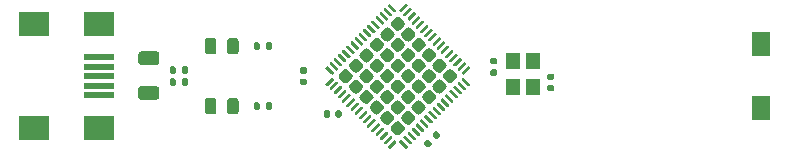
<source format=gbr>
%TF.GenerationSoftware,KiCad,Pcbnew,(5.1.10-1-10_14)*%
%TF.CreationDate,2021-09-16T13:02:04+08:00*%
%TF.ProjectId,AT90USB1287-Board,41543930-5553-4423-9132-38372d426f61,rev?*%
%TF.SameCoordinates,Original*%
%TF.FileFunction,Paste,Top*%
%TF.FilePolarity,Positive*%
%FSLAX46Y46*%
G04 Gerber Fmt 4.6, Leading zero omitted, Abs format (unit mm)*
G04 Created by KiCad (PCBNEW (5.1.10-1-10_14)) date 2021-09-16 13:02:04*
%MOMM*%
%LPD*%
G01*
G04 APERTURE LIST*
%ADD10C,0.100000*%
%ADD11R,1.200000X1.400000*%
%ADD12R,1.600000X2.000000*%
%ADD13R,2.500000X2.000000*%
%ADD14R,2.500000X0.500000*%
G04 APERTURE END LIST*
D10*
%TO.C,U1*%
G36*
X134323667Y-72287954D02*
G01*
X134334473Y-72282179D01*
X134346196Y-72278622D01*
X134358390Y-72277421D01*
X134448034Y-72277421D01*
X134460227Y-72278622D01*
X134471951Y-72282179D01*
X134482757Y-72287954D01*
X134492228Y-72295727D01*
X134535794Y-72339293D01*
X134543567Y-72348764D01*
X134549343Y-72359570D01*
X134552899Y-72371294D01*
X134554100Y-72383487D01*
X134552899Y-72395680D01*
X134549343Y-72407404D01*
X134543567Y-72418210D01*
X134535794Y-72427681D01*
X134005464Y-72958011D01*
X133995993Y-72965784D01*
X133985187Y-72971560D01*
X133973463Y-72975116D01*
X133961270Y-72976317D01*
X133949077Y-72975116D01*
X133937353Y-72971560D01*
X133926547Y-72965784D01*
X133917076Y-72958011D01*
X133828688Y-72869623D01*
X133820915Y-72860152D01*
X133815139Y-72849346D01*
X133811583Y-72837622D01*
X133810382Y-72825429D01*
X133811583Y-72813236D01*
X133815139Y-72801512D01*
X133820915Y-72790706D01*
X133828688Y-72781235D01*
X134314196Y-72295727D01*
X134323667Y-72287954D01*
G37*
G36*
G01*
X134270629Y-73311565D02*
X134182241Y-73223177D01*
G75*
G02*
X134182241Y-73134789I44194J44194D01*
G01*
X134712571Y-72604459D01*
G75*
G02*
X134800959Y-72604459I44194J-44194D01*
G01*
X134889347Y-72692847D01*
G75*
G02*
X134889347Y-72781235I-44194J-44194D01*
G01*
X134359017Y-73311565D01*
G75*
G02*
X134270629Y-73311565I-44194J44194D01*
G01*
G37*
G36*
G01*
X134624183Y-73665118D02*
X134535795Y-73576730D01*
G75*
G02*
X134535795Y-73488342I44194J44194D01*
G01*
X135066125Y-72958012D01*
G75*
G02*
X135154513Y-72958012I44194J-44194D01*
G01*
X135242901Y-73046400D01*
G75*
G02*
X135242901Y-73134788I-44194J-44194D01*
G01*
X134712571Y-73665118D01*
G75*
G02*
X134624183Y-73665118I-44194J44194D01*
G01*
G37*
G36*
G01*
X134977736Y-74018671D02*
X134889348Y-73930283D01*
G75*
G02*
X134889348Y-73841895I44194J44194D01*
G01*
X135419678Y-73311565D01*
G75*
G02*
X135508066Y-73311565I44194J-44194D01*
G01*
X135596454Y-73399953D01*
G75*
G02*
X135596454Y-73488341I-44194J-44194D01*
G01*
X135066124Y-74018671D01*
G75*
G02*
X134977736Y-74018671I-44194J44194D01*
G01*
G37*
G36*
G01*
X135331289Y-74372225D02*
X135242901Y-74283837D01*
G75*
G02*
X135242901Y-74195449I44194J44194D01*
G01*
X135773231Y-73665119D01*
G75*
G02*
X135861619Y-73665119I44194J-44194D01*
G01*
X135950007Y-73753507D01*
G75*
G02*
X135950007Y-73841895I-44194J-44194D01*
G01*
X135419677Y-74372225D01*
G75*
G02*
X135331289Y-74372225I-44194J44194D01*
G01*
G37*
G36*
G01*
X135684843Y-74725778D02*
X135596455Y-74637390D01*
G75*
G02*
X135596455Y-74549002I44194J44194D01*
G01*
X136126785Y-74018672D01*
G75*
G02*
X136215173Y-74018672I44194J-44194D01*
G01*
X136303561Y-74107060D01*
G75*
G02*
X136303561Y-74195448I-44194J-44194D01*
G01*
X135773231Y-74725778D01*
G75*
G02*
X135684843Y-74725778I-44194J44194D01*
G01*
G37*
G36*
G01*
X136038396Y-75079332D02*
X135950008Y-74990944D01*
G75*
G02*
X135950008Y-74902556I44194J44194D01*
G01*
X136480338Y-74372226D01*
G75*
G02*
X136568726Y-74372226I44194J-44194D01*
G01*
X136657114Y-74460614D01*
G75*
G02*
X136657114Y-74549002I-44194J-44194D01*
G01*
X136126784Y-75079332D01*
G75*
G02*
X136038396Y-75079332I-44194J44194D01*
G01*
G37*
G36*
G01*
X136391950Y-75432885D02*
X136303562Y-75344497D01*
G75*
G02*
X136303562Y-75256109I44194J44194D01*
G01*
X136833892Y-74725779D01*
G75*
G02*
X136922280Y-74725779I44194J-44194D01*
G01*
X137010668Y-74814167D01*
G75*
G02*
X137010668Y-74902555I-44194J-44194D01*
G01*
X136480338Y-75432885D01*
G75*
G02*
X136391950Y-75432885I-44194J44194D01*
G01*
G37*
G36*
G01*
X136745503Y-75786438D02*
X136657115Y-75698050D01*
G75*
G02*
X136657115Y-75609662I44194J44194D01*
G01*
X137187445Y-75079332D01*
G75*
G02*
X137275833Y-75079332I44194J-44194D01*
G01*
X137364221Y-75167720D01*
G75*
G02*
X137364221Y-75256108I-44194J-44194D01*
G01*
X136833891Y-75786438D01*
G75*
G02*
X136745503Y-75786438I-44194J44194D01*
G01*
G37*
G36*
G01*
X137099056Y-76139992D02*
X137010668Y-76051604D01*
G75*
G02*
X137010668Y-75963216I44194J44194D01*
G01*
X137540998Y-75432886D01*
G75*
G02*
X137629386Y-75432886I44194J-44194D01*
G01*
X137717774Y-75521274D01*
G75*
G02*
X137717774Y-75609662I-44194J-44194D01*
G01*
X137187444Y-76139992D01*
G75*
G02*
X137099056Y-76139992I-44194J44194D01*
G01*
G37*
G36*
G01*
X137452610Y-76493545D02*
X137364222Y-76405157D01*
G75*
G02*
X137364222Y-76316769I44194J44194D01*
G01*
X137894552Y-75786439D01*
G75*
G02*
X137982940Y-75786439I44194J-44194D01*
G01*
X138071328Y-75874827D01*
G75*
G02*
X138071328Y-75963215I-44194J-44194D01*
G01*
X137540998Y-76493545D01*
G75*
G02*
X137452610Y-76493545I-44194J44194D01*
G01*
G37*
G36*
G01*
X137806163Y-76847099D02*
X137717775Y-76758711D01*
G75*
G02*
X137717775Y-76670323I44194J44194D01*
G01*
X138248105Y-76139993D01*
G75*
G02*
X138336493Y-76139993I44194J-44194D01*
G01*
X138424881Y-76228381D01*
G75*
G02*
X138424881Y-76316769I-44194J-44194D01*
G01*
X137894551Y-76847099D01*
G75*
G02*
X137806163Y-76847099I-44194J44194D01*
G01*
G37*
G36*
G01*
X138159717Y-77200652D02*
X138071329Y-77112264D01*
G75*
G02*
X138071329Y-77023876I44194J44194D01*
G01*
X138601659Y-76493546D01*
G75*
G02*
X138690047Y-76493546I44194J-44194D01*
G01*
X138778435Y-76581934D01*
G75*
G02*
X138778435Y-76670322I-44194J-44194D01*
G01*
X138248105Y-77200652D01*
G75*
G02*
X138159717Y-77200652I-44194J44194D01*
G01*
G37*
G36*
G01*
X138513270Y-77554205D02*
X138424882Y-77465817D01*
G75*
G02*
X138424882Y-77377429I44194J44194D01*
G01*
X138955212Y-76847099D01*
G75*
G02*
X139043600Y-76847099I44194J-44194D01*
G01*
X139131988Y-76935487D01*
G75*
G02*
X139131988Y-77023875I-44194J-44194D01*
G01*
X138601658Y-77554205D01*
G75*
G02*
X138513270Y-77554205I-44194J44194D01*
G01*
G37*
G36*
G01*
X138866823Y-77907759D02*
X138778435Y-77819371D01*
G75*
G02*
X138778435Y-77730983I44194J44194D01*
G01*
X139308765Y-77200653D01*
G75*
G02*
X139397153Y-77200653I44194J-44194D01*
G01*
X139485541Y-77289041D01*
G75*
G02*
X139485541Y-77377429I-44194J-44194D01*
G01*
X138955211Y-77907759D01*
G75*
G02*
X138866823Y-77907759I-44194J44194D01*
G01*
G37*
G36*
X139671790Y-77546433D02*
G01*
X139682596Y-77540657D01*
X139694320Y-77537101D01*
X139706513Y-77535900D01*
X139718706Y-77537101D01*
X139730430Y-77540657D01*
X139741236Y-77546433D01*
X139750707Y-77554206D01*
X139794273Y-77597772D01*
X139802046Y-77607243D01*
X139807821Y-77618049D01*
X139811378Y-77629773D01*
X139812579Y-77641966D01*
X139812579Y-77731610D01*
X139811378Y-77743804D01*
X139807821Y-77755527D01*
X139802046Y-77766333D01*
X139794273Y-77775804D01*
X139308765Y-78261312D01*
X139299294Y-78269085D01*
X139288488Y-78274861D01*
X139276764Y-78278417D01*
X139264571Y-78279618D01*
X139252378Y-78278417D01*
X139240654Y-78274861D01*
X139229848Y-78269085D01*
X139220377Y-78261312D01*
X139131989Y-78172924D01*
X139124216Y-78163453D01*
X139118440Y-78152647D01*
X139114884Y-78140923D01*
X139113683Y-78128730D01*
X139114884Y-78116537D01*
X139118440Y-78104813D01*
X139124216Y-78094007D01*
X139131989Y-78084536D01*
X139662319Y-77554206D01*
X139671790Y-77546433D01*
G37*
G36*
X140166764Y-77546433D02*
G01*
X140177570Y-77540657D01*
X140189294Y-77537101D01*
X140201487Y-77535900D01*
X140213680Y-77537101D01*
X140225404Y-77540657D01*
X140236210Y-77546433D01*
X140245681Y-77554206D01*
X140776011Y-78084536D01*
X140783784Y-78094007D01*
X140789560Y-78104813D01*
X140793116Y-78116537D01*
X140794317Y-78128730D01*
X140793116Y-78140923D01*
X140789560Y-78152647D01*
X140783784Y-78163453D01*
X140776011Y-78172924D01*
X140687623Y-78261312D01*
X140678152Y-78269085D01*
X140667346Y-78274861D01*
X140655622Y-78278417D01*
X140643429Y-78279618D01*
X140631236Y-78278417D01*
X140619512Y-78274861D01*
X140608706Y-78269085D01*
X140599235Y-78261312D01*
X140113727Y-77775804D01*
X140105954Y-77766333D01*
X140100179Y-77755527D01*
X140096622Y-77743804D01*
X140095421Y-77731610D01*
X140095421Y-77641966D01*
X140096622Y-77629773D01*
X140100179Y-77618049D01*
X140105954Y-77607243D01*
X140113727Y-77597772D01*
X140157293Y-77554206D01*
X140166764Y-77546433D01*
G37*
G36*
G01*
X140952789Y-77907759D02*
X140422459Y-77377429D01*
G75*
G02*
X140422459Y-77289041I44194J44194D01*
G01*
X140510847Y-77200653D01*
G75*
G02*
X140599235Y-77200653I44194J-44194D01*
G01*
X141129565Y-77730983D01*
G75*
G02*
X141129565Y-77819371I-44194J-44194D01*
G01*
X141041177Y-77907759D01*
G75*
G02*
X140952789Y-77907759I-44194J44194D01*
G01*
G37*
G36*
G01*
X141306342Y-77554205D02*
X140776012Y-77023875D01*
G75*
G02*
X140776012Y-76935487I44194J44194D01*
G01*
X140864400Y-76847099D01*
G75*
G02*
X140952788Y-76847099I44194J-44194D01*
G01*
X141483118Y-77377429D01*
G75*
G02*
X141483118Y-77465817I-44194J-44194D01*
G01*
X141394730Y-77554205D01*
G75*
G02*
X141306342Y-77554205I-44194J44194D01*
G01*
G37*
G36*
G01*
X141659895Y-77200652D02*
X141129565Y-76670322D01*
G75*
G02*
X141129565Y-76581934I44194J44194D01*
G01*
X141217953Y-76493546D01*
G75*
G02*
X141306341Y-76493546I44194J-44194D01*
G01*
X141836671Y-77023876D01*
G75*
G02*
X141836671Y-77112264I-44194J-44194D01*
G01*
X141748283Y-77200652D01*
G75*
G02*
X141659895Y-77200652I-44194J44194D01*
G01*
G37*
G36*
G01*
X142013449Y-76847099D02*
X141483119Y-76316769D01*
G75*
G02*
X141483119Y-76228381I44194J44194D01*
G01*
X141571507Y-76139993D01*
G75*
G02*
X141659895Y-76139993I44194J-44194D01*
G01*
X142190225Y-76670323D01*
G75*
G02*
X142190225Y-76758711I-44194J-44194D01*
G01*
X142101837Y-76847099D01*
G75*
G02*
X142013449Y-76847099I-44194J44194D01*
G01*
G37*
G36*
G01*
X142367002Y-76493545D02*
X141836672Y-75963215D01*
G75*
G02*
X141836672Y-75874827I44194J44194D01*
G01*
X141925060Y-75786439D01*
G75*
G02*
X142013448Y-75786439I44194J-44194D01*
G01*
X142543778Y-76316769D01*
G75*
G02*
X142543778Y-76405157I-44194J-44194D01*
G01*
X142455390Y-76493545D01*
G75*
G02*
X142367002Y-76493545I-44194J44194D01*
G01*
G37*
G36*
G01*
X142720556Y-76139992D02*
X142190226Y-75609662D01*
G75*
G02*
X142190226Y-75521274I44194J44194D01*
G01*
X142278614Y-75432886D01*
G75*
G02*
X142367002Y-75432886I44194J-44194D01*
G01*
X142897332Y-75963216D01*
G75*
G02*
X142897332Y-76051604I-44194J-44194D01*
G01*
X142808944Y-76139992D01*
G75*
G02*
X142720556Y-76139992I-44194J44194D01*
G01*
G37*
G36*
G01*
X143074109Y-75786438D02*
X142543779Y-75256108D01*
G75*
G02*
X142543779Y-75167720I44194J44194D01*
G01*
X142632167Y-75079332D01*
G75*
G02*
X142720555Y-75079332I44194J-44194D01*
G01*
X143250885Y-75609662D01*
G75*
G02*
X143250885Y-75698050I-44194J-44194D01*
G01*
X143162497Y-75786438D01*
G75*
G02*
X143074109Y-75786438I-44194J44194D01*
G01*
G37*
G36*
G01*
X143427662Y-75432885D02*
X142897332Y-74902555D01*
G75*
G02*
X142897332Y-74814167I44194J44194D01*
G01*
X142985720Y-74725779D01*
G75*
G02*
X143074108Y-74725779I44194J-44194D01*
G01*
X143604438Y-75256109D01*
G75*
G02*
X143604438Y-75344497I-44194J-44194D01*
G01*
X143516050Y-75432885D01*
G75*
G02*
X143427662Y-75432885I-44194J44194D01*
G01*
G37*
G36*
G01*
X143781216Y-75079332D02*
X143250886Y-74549002D01*
G75*
G02*
X143250886Y-74460614I44194J44194D01*
G01*
X143339274Y-74372226D01*
G75*
G02*
X143427662Y-74372226I44194J-44194D01*
G01*
X143957992Y-74902556D01*
G75*
G02*
X143957992Y-74990944I-44194J-44194D01*
G01*
X143869604Y-75079332D01*
G75*
G02*
X143781216Y-75079332I-44194J44194D01*
G01*
G37*
G36*
G01*
X144134769Y-74725778D02*
X143604439Y-74195448D01*
G75*
G02*
X143604439Y-74107060I44194J44194D01*
G01*
X143692827Y-74018672D01*
G75*
G02*
X143781215Y-74018672I44194J-44194D01*
G01*
X144311545Y-74549002D01*
G75*
G02*
X144311545Y-74637390I-44194J-44194D01*
G01*
X144223157Y-74725778D01*
G75*
G02*
X144134769Y-74725778I-44194J44194D01*
G01*
G37*
G36*
G01*
X144488323Y-74372225D02*
X143957993Y-73841895D01*
G75*
G02*
X143957993Y-73753507I44194J44194D01*
G01*
X144046381Y-73665119D01*
G75*
G02*
X144134769Y-73665119I44194J-44194D01*
G01*
X144665099Y-74195449D01*
G75*
G02*
X144665099Y-74283837I-44194J-44194D01*
G01*
X144576711Y-74372225D01*
G75*
G02*
X144488323Y-74372225I-44194J44194D01*
G01*
G37*
G36*
G01*
X144841876Y-74018671D02*
X144311546Y-73488341D01*
G75*
G02*
X144311546Y-73399953I44194J44194D01*
G01*
X144399934Y-73311565D01*
G75*
G02*
X144488322Y-73311565I44194J-44194D01*
G01*
X145018652Y-73841895D01*
G75*
G02*
X145018652Y-73930283I-44194J-44194D01*
G01*
X144930264Y-74018671D01*
G75*
G02*
X144841876Y-74018671I-44194J44194D01*
G01*
G37*
G36*
G01*
X145195429Y-73665118D02*
X144665099Y-73134788D01*
G75*
G02*
X144665099Y-73046400I44194J44194D01*
G01*
X144753487Y-72958012D01*
G75*
G02*
X144841875Y-72958012I44194J-44194D01*
G01*
X145372205Y-73488342D01*
G75*
G02*
X145372205Y-73576730I-44194J-44194D01*
G01*
X145283817Y-73665118D01*
G75*
G02*
X145195429Y-73665118I-44194J44194D01*
G01*
G37*
G36*
G01*
X145548983Y-73311565D02*
X145018653Y-72781235D01*
G75*
G02*
X145018653Y-72692847I44194J44194D01*
G01*
X145107041Y-72604459D01*
G75*
G02*
X145195429Y-72604459I44194J-44194D01*
G01*
X145725759Y-73134789D01*
G75*
G02*
X145725759Y-73223177I-44194J-44194D01*
G01*
X145637371Y-73311565D01*
G75*
G02*
X145548983Y-73311565I-44194J44194D01*
G01*
G37*
G36*
X145425243Y-72287954D02*
G01*
X145436049Y-72282179D01*
X145447773Y-72278622D01*
X145459966Y-72277421D01*
X145549610Y-72277421D01*
X145561804Y-72278622D01*
X145573527Y-72282179D01*
X145584333Y-72287954D01*
X145593804Y-72295727D01*
X146079312Y-72781235D01*
X146087085Y-72790706D01*
X146092861Y-72801512D01*
X146096417Y-72813236D01*
X146097618Y-72825429D01*
X146096417Y-72837622D01*
X146092861Y-72849346D01*
X146087085Y-72860152D01*
X146079312Y-72869623D01*
X145990924Y-72958011D01*
X145981453Y-72965784D01*
X145970647Y-72971560D01*
X145958923Y-72975116D01*
X145946730Y-72976317D01*
X145934537Y-72975116D01*
X145922813Y-72971560D01*
X145912007Y-72965784D01*
X145902536Y-72958011D01*
X145372206Y-72427681D01*
X145364433Y-72418210D01*
X145358657Y-72407404D01*
X145355101Y-72395680D01*
X145353900Y-72383487D01*
X145355101Y-72371294D01*
X145358657Y-72359570D01*
X145364433Y-72348764D01*
X145372206Y-72339293D01*
X145415772Y-72295727D01*
X145425243Y-72287954D01*
G37*
G36*
X145912007Y-71306216D02*
G01*
X145922813Y-71300440D01*
X145934537Y-71296884D01*
X145946730Y-71295683D01*
X145958923Y-71296884D01*
X145970647Y-71300440D01*
X145981453Y-71306216D01*
X145990924Y-71313989D01*
X146079312Y-71402377D01*
X146087085Y-71411848D01*
X146092861Y-71422654D01*
X146096417Y-71434378D01*
X146097618Y-71446571D01*
X146096417Y-71458764D01*
X146092861Y-71470488D01*
X146087085Y-71481294D01*
X146079312Y-71490765D01*
X145593804Y-71976273D01*
X145584333Y-71984046D01*
X145573527Y-71989821D01*
X145561804Y-71993378D01*
X145549610Y-71994579D01*
X145459966Y-71994579D01*
X145447773Y-71993378D01*
X145436049Y-71989821D01*
X145425243Y-71984046D01*
X145415772Y-71976273D01*
X145372206Y-71932707D01*
X145364433Y-71923236D01*
X145358657Y-71912430D01*
X145355101Y-71900706D01*
X145353900Y-71888513D01*
X145355101Y-71876320D01*
X145358657Y-71864596D01*
X145364433Y-71853790D01*
X145372206Y-71844319D01*
X145902536Y-71313989D01*
X145912007Y-71306216D01*
G37*
G36*
G01*
X145107041Y-71667541D02*
X145018653Y-71579153D01*
G75*
G02*
X145018653Y-71490765I44194J44194D01*
G01*
X145548983Y-70960435D01*
G75*
G02*
X145637371Y-70960435I44194J-44194D01*
G01*
X145725759Y-71048823D01*
G75*
G02*
X145725759Y-71137211I-44194J-44194D01*
G01*
X145195429Y-71667541D01*
G75*
G02*
X145107041Y-71667541I-44194J44194D01*
G01*
G37*
G36*
G01*
X144753487Y-71313988D02*
X144665099Y-71225600D01*
G75*
G02*
X144665099Y-71137212I44194J44194D01*
G01*
X145195429Y-70606882D01*
G75*
G02*
X145283817Y-70606882I44194J-44194D01*
G01*
X145372205Y-70695270D01*
G75*
G02*
X145372205Y-70783658I-44194J-44194D01*
G01*
X144841875Y-71313988D01*
G75*
G02*
X144753487Y-71313988I-44194J44194D01*
G01*
G37*
G36*
G01*
X144399934Y-70960435D02*
X144311546Y-70872047D01*
G75*
G02*
X144311546Y-70783659I44194J44194D01*
G01*
X144841876Y-70253329D01*
G75*
G02*
X144930264Y-70253329I44194J-44194D01*
G01*
X145018652Y-70341717D01*
G75*
G02*
X145018652Y-70430105I-44194J-44194D01*
G01*
X144488322Y-70960435D01*
G75*
G02*
X144399934Y-70960435I-44194J44194D01*
G01*
G37*
G36*
G01*
X144046381Y-70606881D02*
X143957993Y-70518493D01*
G75*
G02*
X143957993Y-70430105I44194J44194D01*
G01*
X144488323Y-69899775D01*
G75*
G02*
X144576711Y-69899775I44194J-44194D01*
G01*
X144665099Y-69988163D01*
G75*
G02*
X144665099Y-70076551I-44194J-44194D01*
G01*
X144134769Y-70606881D01*
G75*
G02*
X144046381Y-70606881I-44194J44194D01*
G01*
G37*
G36*
G01*
X143692827Y-70253328D02*
X143604439Y-70164940D01*
G75*
G02*
X143604439Y-70076552I44194J44194D01*
G01*
X144134769Y-69546222D01*
G75*
G02*
X144223157Y-69546222I44194J-44194D01*
G01*
X144311545Y-69634610D01*
G75*
G02*
X144311545Y-69722998I-44194J-44194D01*
G01*
X143781215Y-70253328D01*
G75*
G02*
X143692827Y-70253328I-44194J44194D01*
G01*
G37*
G36*
G01*
X143339274Y-69899774D02*
X143250886Y-69811386D01*
G75*
G02*
X143250886Y-69722998I44194J44194D01*
G01*
X143781216Y-69192668D01*
G75*
G02*
X143869604Y-69192668I44194J-44194D01*
G01*
X143957992Y-69281056D01*
G75*
G02*
X143957992Y-69369444I-44194J-44194D01*
G01*
X143427662Y-69899774D01*
G75*
G02*
X143339274Y-69899774I-44194J44194D01*
G01*
G37*
G36*
G01*
X142985720Y-69546221D02*
X142897332Y-69457833D01*
G75*
G02*
X142897332Y-69369445I44194J44194D01*
G01*
X143427662Y-68839115D01*
G75*
G02*
X143516050Y-68839115I44194J-44194D01*
G01*
X143604438Y-68927503D01*
G75*
G02*
X143604438Y-69015891I-44194J-44194D01*
G01*
X143074108Y-69546221D01*
G75*
G02*
X142985720Y-69546221I-44194J44194D01*
G01*
G37*
G36*
G01*
X142632167Y-69192668D02*
X142543779Y-69104280D01*
G75*
G02*
X142543779Y-69015892I44194J44194D01*
G01*
X143074109Y-68485562D01*
G75*
G02*
X143162497Y-68485562I44194J-44194D01*
G01*
X143250885Y-68573950D01*
G75*
G02*
X143250885Y-68662338I-44194J-44194D01*
G01*
X142720555Y-69192668D01*
G75*
G02*
X142632167Y-69192668I-44194J44194D01*
G01*
G37*
G36*
G01*
X142278614Y-68839114D02*
X142190226Y-68750726D01*
G75*
G02*
X142190226Y-68662338I44194J44194D01*
G01*
X142720556Y-68132008D01*
G75*
G02*
X142808944Y-68132008I44194J-44194D01*
G01*
X142897332Y-68220396D01*
G75*
G02*
X142897332Y-68308784I-44194J-44194D01*
G01*
X142367002Y-68839114D01*
G75*
G02*
X142278614Y-68839114I-44194J44194D01*
G01*
G37*
G36*
G01*
X141925060Y-68485561D02*
X141836672Y-68397173D01*
G75*
G02*
X141836672Y-68308785I44194J44194D01*
G01*
X142367002Y-67778455D01*
G75*
G02*
X142455390Y-67778455I44194J-44194D01*
G01*
X142543778Y-67866843D01*
G75*
G02*
X142543778Y-67955231I-44194J-44194D01*
G01*
X142013448Y-68485561D01*
G75*
G02*
X141925060Y-68485561I-44194J44194D01*
G01*
G37*
G36*
G01*
X141571507Y-68132007D02*
X141483119Y-68043619D01*
G75*
G02*
X141483119Y-67955231I44194J44194D01*
G01*
X142013449Y-67424901D01*
G75*
G02*
X142101837Y-67424901I44194J-44194D01*
G01*
X142190225Y-67513289D01*
G75*
G02*
X142190225Y-67601677I-44194J-44194D01*
G01*
X141659895Y-68132007D01*
G75*
G02*
X141571507Y-68132007I-44194J44194D01*
G01*
G37*
G36*
G01*
X141217953Y-67778454D02*
X141129565Y-67690066D01*
G75*
G02*
X141129565Y-67601678I44194J44194D01*
G01*
X141659895Y-67071348D01*
G75*
G02*
X141748283Y-67071348I44194J-44194D01*
G01*
X141836671Y-67159736D01*
G75*
G02*
X141836671Y-67248124I-44194J-44194D01*
G01*
X141306341Y-67778454D01*
G75*
G02*
X141217953Y-67778454I-44194J44194D01*
G01*
G37*
G36*
G01*
X140864400Y-67424901D02*
X140776012Y-67336513D01*
G75*
G02*
X140776012Y-67248125I44194J44194D01*
G01*
X141306342Y-66717795D01*
G75*
G02*
X141394730Y-66717795I44194J-44194D01*
G01*
X141483118Y-66806183D01*
G75*
G02*
X141483118Y-66894571I-44194J-44194D01*
G01*
X140952788Y-67424901D01*
G75*
G02*
X140864400Y-67424901I-44194J44194D01*
G01*
G37*
G36*
G01*
X140510847Y-67071347D02*
X140422459Y-66982959D01*
G75*
G02*
X140422459Y-66894571I44194J44194D01*
G01*
X140952789Y-66364241D01*
G75*
G02*
X141041177Y-66364241I44194J-44194D01*
G01*
X141129565Y-66452629D01*
G75*
G02*
X141129565Y-66541017I-44194J-44194D01*
G01*
X140599235Y-67071347D01*
G75*
G02*
X140510847Y-67071347I-44194J44194D01*
G01*
G37*
G36*
X140608706Y-66002915D02*
G01*
X140619512Y-65997139D01*
X140631236Y-65993583D01*
X140643429Y-65992382D01*
X140655622Y-65993583D01*
X140667346Y-65997139D01*
X140678152Y-66002915D01*
X140687623Y-66010688D01*
X140776011Y-66099076D01*
X140783784Y-66108547D01*
X140789560Y-66119353D01*
X140793116Y-66131077D01*
X140794317Y-66143270D01*
X140793116Y-66155463D01*
X140789560Y-66167187D01*
X140783784Y-66177993D01*
X140776011Y-66187464D01*
X140245681Y-66717794D01*
X140236210Y-66725567D01*
X140225404Y-66731343D01*
X140213680Y-66734899D01*
X140201487Y-66736100D01*
X140189294Y-66734899D01*
X140177570Y-66731343D01*
X140166764Y-66725567D01*
X140157293Y-66717794D01*
X140113727Y-66674228D01*
X140105954Y-66664757D01*
X140100179Y-66653951D01*
X140096622Y-66642227D01*
X140095421Y-66630034D01*
X140095421Y-66540390D01*
X140096622Y-66528196D01*
X140100179Y-66516473D01*
X140105954Y-66505667D01*
X140113727Y-66496196D01*
X140599235Y-66010688D01*
X140608706Y-66002915D01*
G37*
G36*
X139229848Y-66002915D02*
G01*
X139240654Y-65997139D01*
X139252378Y-65993583D01*
X139264571Y-65992382D01*
X139276764Y-65993583D01*
X139288488Y-65997139D01*
X139299294Y-66002915D01*
X139308765Y-66010688D01*
X139794273Y-66496196D01*
X139802046Y-66505667D01*
X139807821Y-66516473D01*
X139811378Y-66528196D01*
X139812579Y-66540390D01*
X139812579Y-66630034D01*
X139811378Y-66642227D01*
X139807821Y-66653951D01*
X139802046Y-66664757D01*
X139794273Y-66674228D01*
X139750707Y-66717794D01*
X139741236Y-66725567D01*
X139730430Y-66731343D01*
X139718706Y-66734899D01*
X139706513Y-66736100D01*
X139694320Y-66734899D01*
X139682596Y-66731343D01*
X139671790Y-66725567D01*
X139662319Y-66717794D01*
X139131989Y-66187464D01*
X139124216Y-66177993D01*
X139118440Y-66167187D01*
X139114884Y-66155463D01*
X139113683Y-66143270D01*
X139114884Y-66131077D01*
X139118440Y-66119353D01*
X139124216Y-66108547D01*
X139131989Y-66099076D01*
X139220377Y-66010688D01*
X139229848Y-66002915D01*
G37*
G36*
G01*
X139308765Y-67071347D02*
X138778435Y-66541017D01*
G75*
G02*
X138778435Y-66452629I44194J44194D01*
G01*
X138866823Y-66364241D01*
G75*
G02*
X138955211Y-66364241I44194J-44194D01*
G01*
X139485541Y-66894571D01*
G75*
G02*
X139485541Y-66982959I-44194J-44194D01*
G01*
X139397153Y-67071347D01*
G75*
G02*
X139308765Y-67071347I-44194J44194D01*
G01*
G37*
G36*
G01*
X138955212Y-67424901D02*
X138424882Y-66894571D01*
G75*
G02*
X138424882Y-66806183I44194J44194D01*
G01*
X138513270Y-66717795D01*
G75*
G02*
X138601658Y-66717795I44194J-44194D01*
G01*
X139131988Y-67248125D01*
G75*
G02*
X139131988Y-67336513I-44194J-44194D01*
G01*
X139043600Y-67424901D01*
G75*
G02*
X138955212Y-67424901I-44194J44194D01*
G01*
G37*
G36*
G01*
X138601659Y-67778454D02*
X138071329Y-67248124D01*
G75*
G02*
X138071329Y-67159736I44194J44194D01*
G01*
X138159717Y-67071348D01*
G75*
G02*
X138248105Y-67071348I44194J-44194D01*
G01*
X138778435Y-67601678D01*
G75*
G02*
X138778435Y-67690066I-44194J-44194D01*
G01*
X138690047Y-67778454D01*
G75*
G02*
X138601659Y-67778454I-44194J44194D01*
G01*
G37*
G36*
G01*
X138248105Y-68132007D02*
X137717775Y-67601677D01*
G75*
G02*
X137717775Y-67513289I44194J44194D01*
G01*
X137806163Y-67424901D01*
G75*
G02*
X137894551Y-67424901I44194J-44194D01*
G01*
X138424881Y-67955231D01*
G75*
G02*
X138424881Y-68043619I-44194J-44194D01*
G01*
X138336493Y-68132007D01*
G75*
G02*
X138248105Y-68132007I-44194J44194D01*
G01*
G37*
G36*
G01*
X137894552Y-68485561D02*
X137364222Y-67955231D01*
G75*
G02*
X137364222Y-67866843I44194J44194D01*
G01*
X137452610Y-67778455D01*
G75*
G02*
X137540998Y-67778455I44194J-44194D01*
G01*
X138071328Y-68308785D01*
G75*
G02*
X138071328Y-68397173I-44194J-44194D01*
G01*
X137982940Y-68485561D01*
G75*
G02*
X137894552Y-68485561I-44194J44194D01*
G01*
G37*
G36*
G01*
X137540998Y-68839114D02*
X137010668Y-68308784D01*
G75*
G02*
X137010668Y-68220396I44194J44194D01*
G01*
X137099056Y-68132008D01*
G75*
G02*
X137187444Y-68132008I44194J-44194D01*
G01*
X137717774Y-68662338D01*
G75*
G02*
X137717774Y-68750726I-44194J-44194D01*
G01*
X137629386Y-68839114D01*
G75*
G02*
X137540998Y-68839114I-44194J44194D01*
G01*
G37*
G36*
G01*
X137187445Y-69192668D02*
X136657115Y-68662338D01*
G75*
G02*
X136657115Y-68573950I44194J44194D01*
G01*
X136745503Y-68485562D01*
G75*
G02*
X136833891Y-68485562I44194J-44194D01*
G01*
X137364221Y-69015892D01*
G75*
G02*
X137364221Y-69104280I-44194J-44194D01*
G01*
X137275833Y-69192668D01*
G75*
G02*
X137187445Y-69192668I-44194J44194D01*
G01*
G37*
G36*
G01*
X136833892Y-69546221D02*
X136303562Y-69015891D01*
G75*
G02*
X136303562Y-68927503I44194J44194D01*
G01*
X136391950Y-68839115D01*
G75*
G02*
X136480338Y-68839115I44194J-44194D01*
G01*
X137010668Y-69369445D01*
G75*
G02*
X137010668Y-69457833I-44194J-44194D01*
G01*
X136922280Y-69546221D01*
G75*
G02*
X136833892Y-69546221I-44194J44194D01*
G01*
G37*
G36*
G01*
X136480338Y-69899774D02*
X135950008Y-69369444D01*
G75*
G02*
X135950008Y-69281056I44194J44194D01*
G01*
X136038396Y-69192668D01*
G75*
G02*
X136126784Y-69192668I44194J-44194D01*
G01*
X136657114Y-69722998D01*
G75*
G02*
X136657114Y-69811386I-44194J-44194D01*
G01*
X136568726Y-69899774D01*
G75*
G02*
X136480338Y-69899774I-44194J44194D01*
G01*
G37*
G36*
G01*
X136126785Y-70253328D02*
X135596455Y-69722998D01*
G75*
G02*
X135596455Y-69634610I44194J44194D01*
G01*
X135684843Y-69546222D01*
G75*
G02*
X135773231Y-69546222I44194J-44194D01*
G01*
X136303561Y-70076552D01*
G75*
G02*
X136303561Y-70164940I-44194J-44194D01*
G01*
X136215173Y-70253328D01*
G75*
G02*
X136126785Y-70253328I-44194J44194D01*
G01*
G37*
G36*
G01*
X135773231Y-70606881D02*
X135242901Y-70076551D01*
G75*
G02*
X135242901Y-69988163I44194J44194D01*
G01*
X135331289Y-69899775D01*
G75*
G02*
X135419677Y-69899775I44194J-44194D01*
G01*
X135950007Y-70430105D01*
G75*
G02*
X135950007Y-70518493I-44194J-44194D01*
G01*
X135861619Y-70606881D01*
G75*
G02*
X135773231Y-70606881I-44194J44194D01*
G01*
G37*
G36*
G01*
X135419678Y-70960435D02*
X134889348Y-70430105D01*
G75*
G02*
X134889348Y-70341717I44194J44194D01*
G01*
X134977736Y-70253329D01*
G75*
G02*
X135066124Y-70253329I44194J-44194D01*
G01*
X135596454Y-70783659D01*
G75*
G02*
X135596454Y-70872047I-44194J-44194D01*
G01*
X135508066Y-70960435D01*
G75*
G02*
X135419678Y-70960435I-44194J44194D01*
G01*
G37*
G36*
G01*
X135066125Y-71313988D02*
X134535795Y-70783658D01*
G75*
G02*
X134535795Y-70695270I44194J44194D01*
G01*
X134624183Y-70606882D01*
G75*
G02*
X134712571Y-70606882I44194J-44194D01*
G01*
X135242901Y-71137212D01*
G75*
G02*
X135242901Y-71225600I-44194J-44194D01*
G01*
X135154513Y-71313988D01*
G75*
G02*
X135066125Y-71313988I-44194J44194D01*
G01*
G37*
G36*
G01*
X134712571Y-71667541D02*
X134182241Y-71137211D01*
G75*
G02*
X134182241Y-71048823I44194J44194D01*
G01*
X134270629Y-70960435D01*
G75*
G02*
X134359017Y-70960435I44194J-44194D01*
G01*
X134889347Y-71490765D01*
G75*
G02*
X134889347Y-71579153I-44194J-44194D01*
G01*
X134800959Y-71667541D01*
G75*
G02*
X134712571Y-71667541I-44194J44194D01*
G01*
G37*
G36*
X133926547Y-71306216D02*
G01*
X133937353Y-71300440D01*
X133949077Y-71296884D01*
X133961270Y-71295683D01*
X133973463Y-71296884D01*
X133985187Y-71300440D01*
X133995993Y-71306216D01*
X134005464Y-71313989D01*
X134535794Y-71844319D01*
X134543567Y-71853790D01*
X134549343Y-71864596D01*
X134552899Y-71876320D01*
X134554100Y-71888513D01*
X134552899Y-71900706D01*
X134549343Y-71912430D01*
X134543567Y-71923236D01*
X134535794Y-71932707D01*
X134492228Y-71976273D01*
X134482757Y-71984046D01*
X134471951Y-71989821D01*
X134460227Y-71993378D01*
X134448034Y-71994579D01*
X134358390Y-71994579D01*
X134346196Y-71993378D01*
X134334473Y-71989821D01*
X134323667Y-71984046D01*
X134314196Y-71976273D01*
X133828688Y-71490765D01*
X133820915Y-71481294D01*
X133815139Y-71470488D01*
X133811583Y-71458764D01*
X133810382Y-71446571D01*
X133811583Y-71434378D01*
X133815139Y-71422654D01*
X133820915Y-71411848D01*
X133828688Y-71402377D01*
X133917076Y-71313989D01*
X133926547Y-71306216D01*
G37*
G36*
G01*
X135357806Y-72673401D02*
X134997182Y-72312777D01*
G75*
G02*
X134997182Y-71959223I176777J176777D01*
G01*
X135357806Y-71598599D01*
G75*
G02*
X135711360Y-71598599I176777J-176777D01*
G01*
X136071984Y-71959223D01*
G75*
G02*
X136071984Y-72312777I-176777J-176777D01*
G01*
X135711360Y-72673401D01*
G75*
G02*
X135357806Y-72673401I-176777J176777D01*
G01*
G37*
G36*
G01*
X136241689Y-73557284D02*
X135881065Y-73196660D01*
G75*
G02*
X135881065Y-72843106I176777J176777D01*
G01*
X136241689Y-72482482D01*
G75*
G02*
X136595243Y-72482482I176777J-176777D01*
G01*
X136955867Y-72843106D01*
G75*
G02*
X136955867Y-73196660I-176777J-176777D01*
G01*
X136595243Y-73557284D01*
G75*
G02*
X136241689Y-73557284I-176777J176777D01*
G01*
G37*
G36*
G01*
X137125573Y-74441168D02*
X136764949Y-74080544D01*
G75*
G02*
X136764949Y-73726990I176777J176777D01*
G01*
X137125573Y-73366366D01*
G75*
G02*
X137479127Y-73366366I176777J-176777D01*
G01*
X137839751Y-73726990D01*
G75*
G02*
X137839751Y-74080544I-176777J-176777D01*
G01*
X137479127Y-74441168D01*
G75*
G02*
X137125573Y-74441168I-176777J176777D01*
G01*
G37*
G36*
G01*
X138009456Y-75325051D02*
X137648832Y-74964427D01*
G75*
G02*
X137648832Y-74610873I176777J176777D01*
G01*
X138009456Y-74250249D01*
G75*
G02*
X138363010Y-74250249I176777J-176777D01*
G01*
X138723634Y-74610873D01*
G75*
G02*
X138723634Y-74964427I-176777J-176777D01*
G01*
X138363010Y-75325051D01*
G75*
G02*
X138009456Y-75325051I-176777J176777D01*
G01*
G37*
G36*
G01*
X138893340Y-76208935D02*
X138532716Y-75848311D01*
G75*
G02*
X138532716Y-75494757I176777J176777D01*
G01*
X138893340Y-75134133D01*
G75*
G02*
X139246894Y-75134133I176777J-176777D01*
G01*
X139607518Y-75494757D01*
G75*
G02*
X139607518Y-75848311I-176777J-176777D01*
G01*
X139246894Y-76208935D01*
G75*
G02*
X138893340Y-76208935I-176777J176777D01*
G01*
G37*
G36*
G01*
X139777223Y-77092818D02*
X139416599Y-76732194D01*
G75*
G02*
X139416599Y-76378640I176777J176777D01*
G01*
X139777223Y-76018016D01*
G75*
G02*
X140130777Y-76018016I176777J-176777D01*
G01*
X140491401Y-76378640D01*
G75*
G02*
X140491401Y-76732194I-176777J-176777D01*
G01*
X140130777Y-77092818D01*
G75*
G02*
X139777223Y-77092818I-176777J176777D01*
G01*
G37*
G36*
G01*
X136241689Y-71789518D02*
X135881065Y-71428894D01*
G75*
G02*
X135881065Y-71075340I176777J176777D01*
G01*
X136241689Y-70714716D01*
G75*
G02*
X136595243Y-70714716I176777J-176777D01*
G01*
X136955867Y-71075340D01*
G75*
G02*
X136955867Y-71428894I-176777J-176777D01*
G01*
X136595243Y-71789518D01*
G75*
G02*
X136241689Y-71789518I-176777J176777D01*
G01*
G37*
G36*
G01*
X137125573Y-72673401D02*
X136764949Y-72312777D01*
G75*
G02*
X136764949Y-71959223I176777J176777D01*
G01*
X137125573Y-71598599D01*
G75*
G02*
X137479127Y-71598599I176777J-176777D01*
G01*
X137839751Y-71959223D01*
G75*
G02*
X137839751Y-72312777I-176777J-176777D01*
G01*
X137479127Y-72673401D01*
G75*
G02*
X137125573Y-72673401I-176777J176777D01*
G01*
G37*
G36*
G01*
X138009456Y-73557284D02*
X137648832Y-73196660D01*
G75*
G02*
X137648832Y-72843106I176777J176777D01*
G01*
X138009456Y-72482482D01*
G75*
G02*
X138363010Y-72482482I176777J-176777D01*
G01*
X138723634Y-72843106D01*
G75*
G02*
X138723634Y-73196660I-176777J-176777D01*
G01*
X138363010Y-73557284D01*
G75*
G02*
X138009456Y-73557284I-176777J176777D01*
G01*
G37*
G36*
G01*
X138893340Y-74441168D02*
X138532716Y-74080544D01*
G75*
G02*
X138532716Y-73726990I176777J176777D01*
G01*
X138893340Y-73366366D01*
G75*
G02*
X139246894Y-73366366I176777J-176777D01*
G01*
X139607518Y-73726990D01*
G75*
G02*
X139607518Y-74080544I-176777J-176777D01*
G01*
X139246894Y-74441168D01*
G75*
G02*
X138893340Y-74441168I-176777J176777D01*
G01*
G37*
G36*
G01*
X139777223Y-75325051D02*
X139416599Y-74964427D01*
G75*
G02*
X139416599Y-74610873I176777J176777D01*
G01*
X139777223Y-74250249D01*
G75*
G02*
X140130777Y-74250249I176777J-176777D01*
G01*
X140491401Y-74610873D01*
G75*
G02*
X140491401Y-74964427I-176777J-176777D01*
G01*
X140130777Y-75325051D01*
G75*
G02*
X139777223Y-75325051I-176777J176777D01*
G01*
G37*
G36*
G01*
X140661106Y-76208935D02*
X140300482Y-75848311D01*
G75*
G02*
X140300482Y-75494757I176777J176777D01*
G01*
X140661106Y-75134133D01*
G75*
G02*
X141014660Y-75134133I176777J-176777D01*
G01*
X141375284Y-75494757D01*
G75*
G02*
X141375284Y-75848311I-176777J-176777D01*
G01*
X141014660Y-76208935D01*
G75*
G02*
X140661106Y-76208935I-176777J176777D01*
G01*
G37*
G36*
G01*
X137125573Y-70905634D02*
X136764949Y-70545010D01*
G75*
G02*
X136764949Y-70191456I176777J176777D01*
G01*
X137125573Y-69830832D01*
G75*
G02*
X137479127Y-69830832I176777J-176777D01*
G01*
X137839751Y-70191456D01*
G75*
G02*
X137839751Y-70545010I-176777J-176777D01*
G01*
X137479127Y-70905634D01*
G75*
G02*
X137125573Y-70905634I-176777J176777D01*
G01*
G37*
G36*
G01*
X138009456Y-71789518D02*
X137648832Y-71428894D01*
G75*
G02*
X137648832Y-71075340I176777J176777D01*
G01*
X138009456Y-70714716D01*
G75*
G02*
X138363010Y-70714716I176777J-176777D01*
G01*
X138723634Y-71075340D01*
G75*
G02*
X138723634Y-71428894I-176777J-176777D01*
G01*
X138363010Y-71789518D01*
G75*
G02*
X138009456Y-71789518I-176777J176777D01*
G01*
G37*
G36*
G01*
X138893340Y-72673401D02*
X138532716Y-72312777D01*
G75*
G02*
X138532716Y-71959223I176777J176777D01*
G01*
X138893340Y-71598599D01*
G75*
G02*
X139246894Y-71598599I176777J-176777D01*
G01*
X139607518Y-71959223D01*
G75*
G02*
X139607518Y-72312777I-176777J-176777D01*
G01*
X139246894Y-72673401D01*
G75*
G02*
X138893340Y-72673401I-176777J176777D01*
G01*
G37*
G36*
G01*
X139777223Y-73557284D02*
X139416599Y-73196660D01*
G75*
G02*
X139416599Y-72843106I176777J176777D01*
G01*
X139777223Y-72482482D01*
G75*
G02*
X140130777Y-72482482I176777J-176777D01*
G01*
X140491401Y-72843106D01*
G75*
G02*
X140491401Y-73196660I-176777J-176777D01*
G01*
X140130777Y-73557284D01*
G75*
G02*
X139777223Y-73557284I-176777J176777D01*
G01*
G37*
G36*
G01*
X140661106Y-74441168D02*
X140300482Y-74080544D01*
G75*
G02*
X140300482Y-73726990I176777J176777D01*
G01*
X140661106Y-73366366D01*
G75*
G02*
X141014660Y-73366366I176777J-176777D01*
G01*
X141375284Y-73726990D01*
G75*
G02*
X141375284Y-74080544I-176777J-176777D01*
G01*
X141014660Y-74441168D01*
G75*
G02*
X140661106Y-74441168I-176777J176777D01*
G01*
G37*
G36*
G01*
X141544990Y-75325051D02*
X141184366Y-74964427D01*
G75*
G02*
X141184366Y-74610873I176777J176777D01*
G01*
X141544990Y-74250249D01*
G75*
G02*
X141898544Y-74250249I176777J-176777D01*
G01*
X142259168Y-74610873D01*
G75*
G02*
X142259168Y-74964427I-176777J-176777D01*
G01*
X141898544Y-75325051D01*
G75*
G02*
X141544990Y-75325051I-176777J176777D01*
G01*
G37*
G36*
G01*
X138009456Y-70021751D02*
X137648832Y-69661127D01*
G75*
G02*
X137648832Y-69307573I176777J176777D01*
G01*
X138009456Y-68946949D01*
G75*
G02*
X138363010Y-68946949I176777J-176777D01*
G01*
X138723634Y-69307573D01*
G75*
G02*
X138723634Y-69661127I-176777J-176777D01*
G01*
X138363010Y-70021751D01*
G75*
G02*
X138009456Y-70021751I-176777J176777D01*
G01*
G37*
G36*
G01*
X138893340Y-70905634D02*
X138532716Y-70545010D01*
G75*
G02*
X138532716Y-70191456I176777J176777D01*
G01*
X138893340Y-69830832D01*
G75*
G02*
X139246894Y-69830832I176777J-176777D01*
G01*
X139607518Y-70191456D01*
G75*
G02*
X139607518Y-70545010I-176777J-176777D01*
G01*
X139246894Y-70905634D01*
G75*
G02*
X138893340Y-70905634I-176777J176777D01*
G01*
G37*
G36*
G01*
X139777223Y-71789518D02*
X139416599Y-71428894D01*
G75*
G02*
X139416599Y-71075340I176777J176777D01*
G01*
X139777223Y-70714716D01*
G75*
G02*
X140130777Y-70714716I176777J-176777D01*
G01*
X140491401Y-71075340D01*
G75*
G02*
X140491401Y-71428894I-176777J-176777D01*
G01*
X140130777Y-71789518D01*
G75*
G02*
X139777223Y-71789518I-176777J176777D01*
G01*
G37*
G36*
G01*
X140661106Y-72673401D02*
X140300482Y-72312777D01*
G75*
G02*
X140300482Y-71959223I176777J176777D01*
G01*
X140661106Y-71598599D01*
G75*
G02*
X141014660Y-71598599I176777J-176777D01*
G01*
X141375284Y-71959223D01*
G75*
G02*
X141375284Y-72312777I-176777J-176777D01*
G01*
X141014660Y-72673401D01*
G75*
G02*
X140661106Y-72673401I-176777J176777D01*
G01*
G37*
G36*
G01*
X141544990Y-73557284D02*
X141184366Y-73196660D01*
G75*
G02*
X141184366Y-72843106I176777J176777D01*
G01*
X141544990Y-72482482D01*
G75*
G02*
X141898544Y-72482482I176777J-176777D01*
G01*
X142259168Y-72843106D01*
G75*
G02*
X142259168Y-73196660I-176777J-176777D01*
G01*
X141898544Y-73557284D01*
G75*
G02*
X141544990Y-73557284I-176777J176777D01*
G01*
G37*
G36*
G01*
X142428873Y-74441168D02*
X142068249Y-74080544D01*
G75*
G02*
X142068249Y-73726990I176777J176777D01*
G01*
X142428873Y-73366366D01*
G75*
G02*
X142782427Y-73366366I176777J-176777D01*
G01*
X143143051Y-73726990D01*
G75*
G02*
X143143051Y-74080544I-176777J-176777D01*
G01*
X142782427Y-74441168D01*
G75*
G02*
X142428873Y-74441168I-176777J176777D01*
G01*
G37*
G36*
G01*
X138893340Y-69137867D02*
X138532716Y-68777243D01*
G75*
G02*
X138532716Y-68423689I176777J176777D01*
G01*
X138893340Y-68063065D01*
G75*
G02*
X139246894Y-68063065I176777J-176777D01*
G01*
X139607518Y-68423689D01*
G75*
G02*
X139607518Y-68777243I-176777J-176777D01*
G01*
X139246894Y-69137867D01*
G75*
G02*
X138893340Y-69137867I-176777J176777D01*
G01*
G37*
G36*
G01*
X139777223Y-70021751D02*
X139416599Y-69661127D01*
G75*
G02*
X139416599Y-69307573I176777J176777D01*
G01*
X139777223Y-68946949D01*
G75*
G02*
X140130777Y-68946949I176777J-176777D01*
G01*
X140491401Y-69307573D01*
G75*
G02*
X140491401Y-69661127I-176777J-176777D01*
G01*
X140130777Y-70021751D01*
G75*
G02*
X139777223Y-70021751I-176777J176777D01*
G01*
G37*
G36*
G01*
X140661106Y-70905634D02*
X140300482Y-70545010D01*
G75*
G02*
X140300482Y-70191456I176777J176777D01*
G01*
X140661106Y-69830832D01*
G75*
G02*
X141014660Y-69830832I176777J-176777D01*
G01*
X141375284Y-70191456D01*
G75*
G02*
X141375284Y-70545010I-176777J-176777D01*
G01*
X141014660Y-70905634D01*
G75*
G02*
X140661106Y-70905634I-176777J176777D01*
G01*
G37*
G36*
G01*
X141544990Y-71789518D02*
X141184366Y-71428894D01*
G75*
G02*
X141184366Y-71075340I176777J176777D01*
G01*
X141544990Y-70714716D01*
G75*
G02*
X141898544Y-70714716I176777J-176777D01*
G01*
X142259168Y-71075340D01*
G75*
G02*
X142259168Y-71428894I-176777J-176777D01*
G01*
X141898544Y-71789518D01*
G75*
G02*
X141544990Y-71789518I-176777J176777D01*
G01*
G37*
G36*
G01*
X142428873Y-72673401D02*
X142068249Y-72312777D01*
G75*
G02*
X142068249Y-71959223I176777J176777D01*
G01*
X142428873Y-71598599D01*
G75*
G02*
X142782427Y-71598599I176777J-176777D01*
G01*
X143143051Y-71959223D01*
G75*
G02*
X143143051Y-72312777I-176777J-176777D01*
G01*
X142782427Y-72673401D01*
G75*
G02*
X142428873Y-72673401I-176777J176777D01*
G01*
G37*
G36*
G01*
X143312757Y-73557284D02*
X142952133Y-73196660D01*
G75*
G02*
X142952133Y-72843106I176777J176777D01*
G01*
X143312757Y-72482482D01*
G75*
G02*
X143666311Y-72482482I176777J-176777D01*
G01*
X144026935Y-72843106D01*
G75*
G02*
X144026935Y-73196660I-176777J-176777D01*
G01*
X143666311Y-73557284D01*
G75*
G02*
X143312757Y-73557284I-176777J176777D01*
G01*
G37*
G36*
G01*
X139777223Y-68253984D02*
X139416599Y-67893360D01*
G75*
G02*
X139416599Y-67539806I176777J176777D01*
G01*
X139777223Y-67179182D01*
G75*
G02*
X140130777Y-67179182I176777J-176777D01*
G01*
X140491401Y-67539806D01*
G75*
G02*
X140491401Y-67893360I-176777J-176777D01*
G01*
X140130777Y-68253984D01*
G75*
G02*
X139777223Y-68253984I-176777J176777D01*
G01*
G37*
G36*
G01*
X140661106Y-69137867D02*
X140300482Y-68777243D01*
G75*
G02*
X140300482Y-68423689I176777J176777D01*
G01*
X140661106Y-68063065D01*
G75*
G02*
X141014660Y-68063065I176777J-176777D01*
G01*
X141375284Y-68423689D01*
G75*
G02*
X141375284Y-68777243I-176777J-176777D01*
G01*
X141014660Y-69137867D01*
G75*
G02*
X140661106Y-69137867I-176777J176777D01*
G01*
G37*
G36*
G01*
X141544990Y-70021751D02*
X141184366Y-69661127D01*
G75*
G02*
X141184366Y-69307573I176777J176777D01*
G01*
X141544990Y-68946949D01*
G75*
G02*
X141898544Y-68946949I176777J-176777D01*
G01*
X142259168Y-69307573D01*
G75*
G02*
X142259168Y-69661127I-176777J-176777D01*
G01*
X141898544Y-70021751D01*
G75*
G02*
X141544990Y-70021751I-176777J176777D01*
G01*
G37*
G36*
G01*
X142428873Y-70905634D02*
X142068249Y-70545010D01*
G75*
G02*
X142068249Y-70191456I176777J176777D01*
G01*
X142428873Y-69830832D01*
G75*
G02*
X142782427Y-69830832I176777J-176777D01*
G01*
X143143051Y-70191456D01*
G75*
G02*
X143143051Y-70545010I-176777J-176777D01*
G01*
X142782427Y-70905634D01*
G75*
G02*
X142428873Y-70905634I-176777J176777D01*
G01*
G37*
G36*
G01*
X143312757Y-71789518D02*
X142952133Y-71428894D01*
G75*
G02*
X142952133Y-71075340I176777J176777D01*
G01*
X143312757Y-70714716D01*
G75*
G02*
X143666311Y-70714716I176777J-176777D01*
G01*
X144026935Y-71075340D01*
G75*
G02*
X144026935Y-71428894I-176777J-176777D01*
G01*
X143666311Y-71789518D01*
G75*
G02*
X143312757Y-71789518I-176777J176777D01*
G01*
G37*
G36*
G01*
X144196640Y-72673401D02*
X143836016Y-72312777D01*
G75*
G02*
X143836016Y-71959223I176777J176777D01*
G01*
X144196640Y-71598599D01*
G75*
G02*
X144550194Y-71598599I176777J-176777D01*
G01*
X144910818Y-71959223D01*
G75*
G02*
X144910818Y-72312777I-176777J-176777D01*
G01*
X144550194Y-72673401D01*
G75*
G02*
X144196640Y-72673401I-176777J176777D01*
G01*
G37*
%TD*%
%TO.C,R3*%
G36*
G01*
X142554104Y-77529267D02*
X142815733Y-77790896D01*
G75*
G02*
X142815733Y-77981814I-95459J-95459D01*
G01*
X142624814Y-78172733D01*
G75*
G02*
X142433896Y-78172733I-95459J95459D01*
G01*
X142172267Y-77911104D01*
G75*
G02*
X142172267Y-77720186I95459J95459D01*
G01*
X142363186Y-77529267D01*
G75*
G02*
X142554104Y-77529267I95459J-95459D01*
G01*
G37*
G36*
G01*
X143275352Y-76808019D02*
X143536981Y-77069648D01*
G75*
G02*
X143536981Y-77260566I-95459J-95459D01*
G01*
X143346062Y-77451485D01*
G75*
G02*
X143155144Y-77451485I-95459J95459D01*
G01*
X142893515Y-77189856D01*
G75*
G02*
X142893515Y-76998938I95459J95459D01*
G01*
X143084434Y-76808019D01*
G75*
G02*
X143275352Y-76808019I95459J-95459D01*
G01*
G37*
%TD*%
%TO.C,D2*%
G36*
G01*
X125496500Y-70052250D02*
X125496500Y-69139750D01*
G75*
G02*
X125740250Y-68896000I243750J0D01*
G01*
X126227750Y-68896000D01*
G75*
G02*
X126471500Y-69139750I0J-243750D01*
G01*
X126471500Y-70052250D01*
G75*
G02*
X126227750Y-70296000I-243750J0D01*
G01*
X125740250Y-70296000D01*
G75*
G02*
X125496500Y-70052250I0J243750D01*
G01*
G37*
G36*
G01*
X123621500Y-70052250D02*
X123621500Y-69139750D01*
G75*
G02*
X123865250Y-68896000I243750J0D01*
G01*
X124352750Y-68896000D01*
G75*
G02*
X124596500Y-69139750I0J-243750D01*
G01*
X124596500Y-70052250D01*
G75*
G02*
X124352750Y-70296000I-243750J0D01*
G01*
X123865250Y-70296000D01*
G75*
G02*
X123621500Y-70052250I0J243750D01*
G01*
G37*
%TD*%
%TO.C,C4*%
G36*
G01*
X131783000Y-71376000D02*
X132123000Y-71376000D01*
G75*
G02*
X132263000Y-71516000I0J-140000D01*
G01*
X132263000Y-71796000D01*
G75*
G02*
X132123000Y-71936000I-140000J0D01*
G01*
X131783000Y-71936000D01*
G75*
G02*
X131643000Y-71796000I0J140000D01*
G01*
X131643000Y-71516000D01*
G75*
G02*
X131783000Y-71376000I140000J0D01*
G01*
G37*
G36*
G01*
X131783000Y-72336000D02*
X132123000Y-72336000D01*
G75*
G02*
X132263000Y-72476000I0J-140000D01*
G01*
X132263000Y-72756000D01*
G75*
G02*
X132123000Y-72896000I-140000J0D01*
G01*
X131783000Y-72896000D01*
G75*
G02*
X131643000Y-72756000I0J140000D01*
G01*
X131643000Y-72476000D01*
G75*
G02*
X131783000Y-72336000I140000J0D01*
G01*
G37*
%TD*%
%TO.C,C5*%
G36*
G01*
X118221999Y-72987000D02*
X119522001Y-72987000D01*
G75*
G02*
X119772000Y-73236999I0J-249999D01*
G01*
X119772000Y-73887001D01*
G75*
G02*
X119522001Y-74137000I-249999J0D01*
G01*
X118221999Y-74137000D01*
G75*
G02*
X117972000Y-73887001I0J249999D01*
G01*
X117972000Y-73236999D01*
G75*
G02*
X118221999Y-72987000I249999J0D01*
G01*
G37*
G36*
G01*
X118221999Y-70037000D02*
X119522001Y-70037000D01*
G75*
G02*
X119772000Y-70286999I0J-249999D01*
G01*
X119772000Y-70937001D01*
G75*
G02*
X119522001Y-71187000I-249999J0D01*
G01*
X118221999Y-71187000D01*
G75*
G02*
X117972000Y-70937001I0J249999D01*
G01*
X117972000Y-70286999D01*
G75*
G02*
X118221999Y-70037000I249999J0D01*
G01*
G37*
%TD*%
D11*
%TO.C,Y1*%
X149684000Y-73066000D03*
X149684000Y-70866000D03*
X151384000Y-70866000D03*
X151384000Y-73066000D03*
%TD*%
D12*
%TO.C,SW1*%
X170688000Y-69436000D03*
X170688000Y-74836000D03*
%TD*%
%TO.C,R5*%
G36*
G01*
X128286000Y-69411000D02*
X128286000Y-69781000D01*
G75*
G02*
X128151000Y-69916000I-135000J0D01*
G01*
X127881000Y-69916000D01*
G75*
G02*
X127746000Y-69781000I0J135000D01*
G01*
X127746000Y-69411000D01*
G75*
G02*
X127881000Y-69276000I135000J0D01*
G01*
X128151000Y-69276000D01*
G75*
G02*
X128286000Y-69411000I0J-135000D01*
G01*
G37*
G36*
G01*
X129306000Y-69411000D02*
X129306000Y-69781000D01*
G75*
G02*
X129171000Y-69916000I-135000J0D01*
G01*
X128901000Y-69916000D01*
G75*
G02*
X128766000Y-69781000I0J135000D01*
G01*
X128766000Y-69411000D01*
G75*
G02*
X128901000Y-69276000I135000J0D01*
G01*
X129171000Y-69276000D01*
G75*
G02*
X129306000Y-69411000I0J-135000D01*
G01*
G37*
%TD*%
%TO.C,R4*%
G36*
G01*
X128284000Y-74491000D02*
X128284000Y-74861000D01*
G75*
G02*
X128149000Y-74996000I-135000J0D01*
G01*
X127879000Y-74996000D01*
G75*
G02*
X127744000Y-74861000I0J135000D01*
G01*
X127744000Y-74491000D01*
G75*
G02*
X127879000Y-74356000I135000J0D01*
G01*
X128149000Y-74356000D01*
G75*
G02*
X128284000Y-74491000I0J-135000D01*
G01*
G37*
G36*
G01*
X129304000Y-74491000D02*
X129304000Y-74861000D01*
G75*
G02*
X129169000Y-74996000I-135000J0D01*
G01*
X128899000Y-74996000D01*
G75*
G02*
X128764000Y-74861000I0J135000D01*
G01*
X128764000Y-74491000D01*
G75*
G02*
X128899000Y-74356000I135000J0D01*
G01*
X129169000Y-74356000D01*
G75*
G02*
X129304000Y-74491000I0J-135000D01*
G01*
G37*
%TD*%
%TO.C,R2*%
G36*
G01*
X121654000Y-71813000D02*
X121654000Y-71443000D01*
G75*
G02*
X121789000Y-71308000I135000J0D01*
G01*
X122059000Y-71308000D01*
G75*
G02*
X122194000Y-71443000I0J-135000D01*
G01*
X122194000Y-71813000D01*
G75*
G02*
X122059000Y-71948000I-135000J0D01*
G01*
X121789000Y-71948000D01*
G75*
G02*
X121654000Y-71813000I0J135000D01*
G01*
G37*
G36*
G01*
X120634000Y-71813000D02*
X120634000Y-71443000D01*
G75*
G02*
X120769000Y-71308000I135000J0D01*
G01*
X121039000Y-71308000D01*
G75*
G02*
X121174000Y-71443000I0J-135000D01*
G01*
X121174000Y-71813000D01*
G75*
G02*
X121039000Y-71948000I-135000J0D01*
G01*
X120769000Y-71948000D01*
G75*
G02*
X120634000Y-71813000I0J135000D01*
G01*
G37*
%TD*%
%TO.C,R1*%
G36*
G01*
X121174000Y-72459000D02*
X121174000Y-72829000D01*
G75*
G02*
X121039000Y-72964000I-135000J0D01*
G01*
X120769000Y-72964000D01*
G75*
G02*
X120634000Y-72829000I0J135000D01*
G01*
X120634000Y-72459000D01*
G75*
G02*
X120769000Y-72324000I135000J0D01*
G01*
X121039000Y-72324000D01*
G75*
G02*
X121174000Y-72459000I0J-135000D01*
G01*
G37*
G36*
G01*
X122194000Y-72459000D02*
X122194000Y-72829000D01*
G75*
G02*
X122059000Y-72964000I-135000J0D01*
G01*
X121789000Y-72964000D01*
G75*
G02*
X121654000Y-72829000I0J135000D01*
G01*
X121654000Y-72459000D01*
G75*
G02*
X121789000Y-72324000I135000J0D01*
G01*
X122059000Y-72324000D01*
G75*
G02*
X122194000Y-72459000I0J-135000D01*
G01*
G37*
%TD*%
D13*
%TO.C,J1*%
X109114000Y-67736000D03*
X109114000Y-76536000D03*
X114614000Y-67736000D03*
X114614000Y-76536000D03*
D14*
X114614000Y-70536000D03*
X114614000Y-71336000D03*
X114614000Y-72136000D03*
X114614000Y-72936000D03*
X114614000Y-73736000D03*
%TD*%
%TO.C,D1*%
G36*
G01*
X123621500Y-75132250D02*
X123621500Y-74219750D01*
G75*
G02*
X123865250Y-73976000I243750J0D01*
G01*
X124352750Y-73976000D01*
G75*
G02*
X124596500Y-74219750I0J-243750D01*
G01*
X124596500Y-75132250D01*
G75*
G02*
X124352750Y-75376000I-243750J0D01*
G01*
X123865250Y-75376000D01*
G75*
G02*
X123621500Y-75132250I0J243750D01*
G01*
G37*
G36*
G01*
X125496500Y-75132250D02*
X125496500Y-74219750D01*
G75*
G02*
X125740250Y-73976000I243750J0D01*
G01*
X126227750Y-73976000D01*
G75*
G02*
X126471500Y-74219750I0J-243750D01*
G01*
X126471500Y-75132250D01*
G75*
G02*
X126227750Y-75376000I-243750J0D01*
G01*
X125740250Y-75376000D01*
G75*
G02*
X125496500Y-75132250I0J243750D01*
G01*
G37*
%TD*%
%TO.C,C3*%
G36*
G01*
X135199600Y-75166400D02*
X135199600Y-75506400D01*
G75*
G02*
X135059600Y-75646400I-140000J0D01*
G01*
X134779600Y-75646400D01*
G75*
G02*
X134639600Y-75506400I0J140000D01*
G01*
X134639600Y-75166400D01*
G75*
G02*
X134779600Y-75026400I140000J0D01*
G01*
X135059600Y-75026400D01*
G75*
G02*
X135199600Y-75166400I0J-140000D01*
G01*
G37*
G36*
G01*
X134239600Y-75166400D02*
X134239600Y-75506400D01*
G75*
G02*
X134099600Y-75646400I-140000J0D01*
G01*
X133819600Y-75646400D01*
G75*
G02*
X133679600Y-75506400I0J140000D01*
G01*
X133679600Y-75166400D01*
G75*
G02*
X133819600Y-75026400I140000J0D01*
G01*
X134099600Y-75026400D01*
G75*
G02*
X134239600Y-75166400I0J-140000D01*
G01*
G37*
%TD*%
%TO.C,C2*%
G36*
G01*
X147912000Y-71546000D02*
X148252000Y-71546000D01*
G75*
G02*
X148392000Y-71686000I0J-140000D01*
G01*
X148392000Y-71966000D01*
G75*
G02*
X148252000Y-72106000I-140000J0D01*
G01*
X147912000Y-72106000D01*
G75*
G02*
X147772000Y-71966000I0J140000D01*
G01*
X147772000Y-71686000D01*
G75*
G02*
X147912000Y-71546000I140000J0D01*
G01*
G37*
G36*
G01*
X147912000Y-70586000D02*
X148252000Y-70586000D01*
G75*
G02*
X148392000Y-70726000I0J-140000D01*
G01*
X148392000Y-71006000D01*
G75*
G02*
X148252000Y-71146000I-140000J0D01*
G01*
X147912000Y-71146000D01*
G75*
G02*
X147772000Y-71006000I0J140000D01*
G01*
X147772000Y-70726000D01*
G75*
G02*
X147912000Y-70586000I140000J0D01*
G01*
G37*
%TD*%
%TO.C,C1*%
G36*
G01*
X153078000Y-72472000D02*
X152738000Y-72472000D01*
G75*
G02*
X152598000Y-72332000I0J140000D01*
G01*
X152598000Y-72052000D01*
G75*
G02*
X152738000Y-71912000I140000J0D01*
G01*
X153078000Y-71912000D01*
G75*
G02*
X153218000Y-72052000I0J-140000D01*
G01*
X153218000Y-72332000D01*
G75*
G02*
X153078000Y-72472000I-140000J0D01*
G01*
G37*
G36*
G01*
X153078000Y-73432000D02*
X152738000Y-73432000D01*
G75*
G02*
X152598000Y-73292000I0J140000D01*
G01*
X152598000Y-73012000D01*
G75*
G02*
X152738000Y-72872000I140000J0D01*
G01*
X153078000Y-72872000D01*
G75*
G02*
X153218000Y-73012000I0J-140000D01*
G01*
X153218000Y-73292000D01*
G75*
G02*
X153078000Y-73432000I-140000J0D01*
G01*
G37*
%TD*%
M02*

</source>
